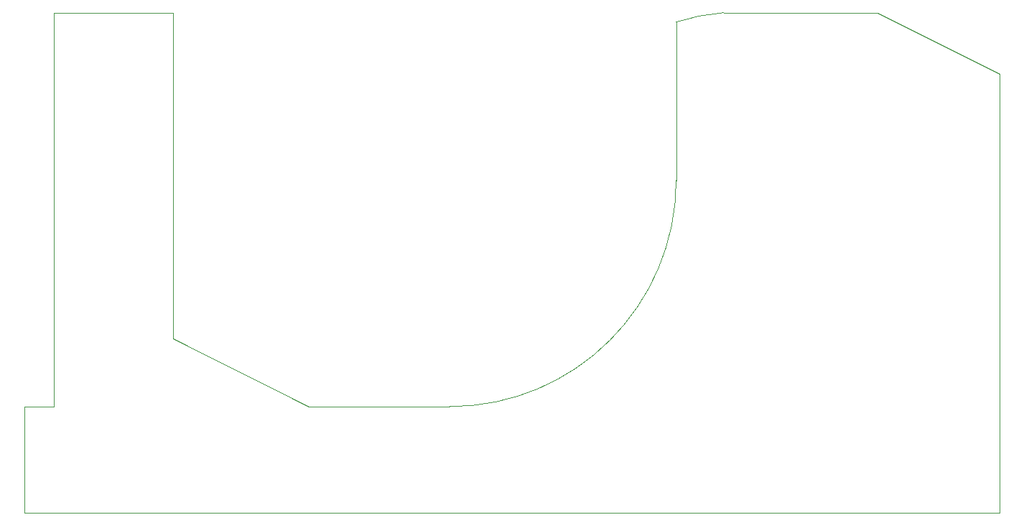
<source format=gbr>
%FSLAX36Y36*%
%MOMM*%
%LN0*%
%ADD10C,0.010000*%
G54D10*
X108500027Y96060716D02*
X124565155Y88000000D01*
X205999974Y127281174D02*
X191612744Y134500000D01*
X205999974Y127281174D02*
X205999974Y75500000D01*
X191612744Y134500000D02*
X173452081Y134500000D01*
X205999974Y75500000D02*
X91000027Y75500000D01*
X91000027Y75500000D02*
X91000027Y88000000D01*
X94500027Y88000000D02*
X91000027Y88000000D01*
X94500027Y88000000D02*
X94500027Y134500000D01*
X108500027Y134500000D02*
X94500027Y134500000D01*
X108500027Y134500000D02*
X108500027Y96060716D01*
X141152737Y88000000D02*
X124565155Y88000000D01*
G75*
G01X141152737Y88000000D02*
G03X167839375Y114686638I0J26686638D01*
G01*
X167839375Y114686638D02*
X167839375Y133402154D01*
G75*
G01X173452080Y134500000D02*
G03X167839374Y133402153I1900656J-24613362D01*
G01*
M02*

</source>
